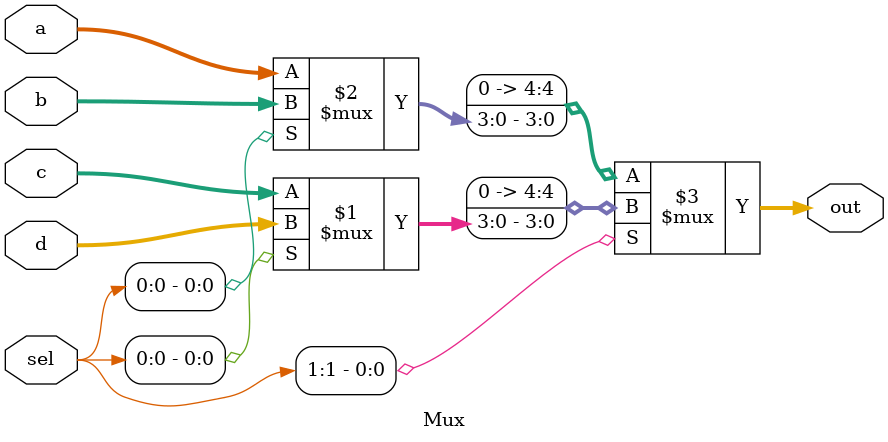
<source format=v>
module Mux(a,b,c,d,sel,out); 
input [3:0] a; // inputs with 3:0 bits
input [3:0] b;
input [3:0] c;
input [3:0] d;
input [2:0] sel;
output [4:0] out;
 
 
 
// we assign out according to selector. if sel[1] is 1 then it is eather d or c and it depends on sel[0] is 1 d is selected
// same happens with second. if sel[1] is 0 then b or a is selected if sel[0] is 1 b is selected otherwise a
assign out = sel[1] ? (sel[0] ? d : c):(sel[0] ? b:a);
endmodule 
</source>
